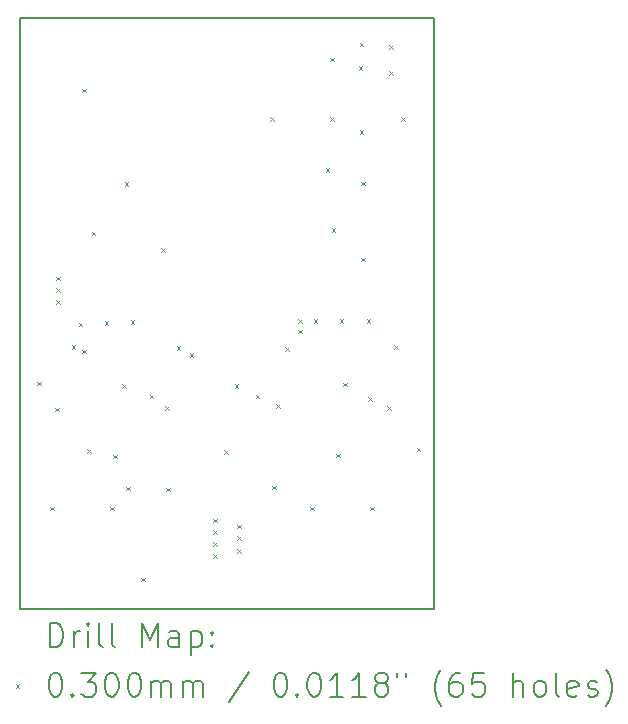
<source format=gbr>
%TF.GenerationSoftware,KiCad,Pcbnew,8.0.3-8.0.3-0~ubuntu22.04.1*%
%TF.CreationDate,2024-07-15T21:37:37+02:00*%
%TF.ProjectId,MT2AO8,4d543241-4f38-42e6-9b69-6361645f7063,rev?*%
%TF.SameCoordinates,Original*%
%TF.FileFunction,Drillmap*%
%TF.FilePolarity,Positive*%
%FSLAX45Y45*%
G04 Gerber Fmt 4.5, Leading zero omitted, Abs format (unit mm)*
G04 Created by KiCad (PCBNEW 8.0.3-8.0.3-0~ubuntu22.04.1) date 2024-07-15 21:37:37*
%MOMM*%
%LPD*%
G01*
G04 APERTURE LIST*
%ADD10C,0.200000*%
%ADD11C,0.100000*%
G04 APERTURE END LIST*
D10*
X13350000Y-7150000D02*
X16850000Y-7150000D01*
X13350000Y-7150000D02*
X13350000Y-12150000D01*
X16850000Y-7150000D02*
X16850000Y-12150000D01*
X13350000Y-12150000D02*
X16850000Y-12150000D01*
D11*
X13495000Y-10225000D02*
X13525000Y-10255000D01*
X13525000Y-10225000D02*
X13495000Y-10255000D01*
X13604000Y-11282500D02*
X13634000Y-11312500D01*
X13634000Y-11282500D02*
X13604000Y-11312500D01*
X13645000Y-10445000D02*
X13675000Y-10475000D01*
X13675000Y-10445000D02*
X13645000Y-10475000D01*
X13655000Y-9335000D02*
X13685000Y-9365000D01*
X13685000Y-9335000D02*
X13655000Y-9365000D01*
X13655000Y-9435000D02*
X13685000Y-9465000D01*
X13685000Y-9435000D02*
X13655000Y-9465000D01*
X13655000Y-9535000D02*
X13685000Y-9565000D01*
X13685000Y-9535000D02*
X13655000Y-9565000D01*
X13785000Y-9915000D02*
X13815000Y-9945000D01*
X13815000Y-9915000D02*
X13785000Y-9945000D01*
X13845000Y-9725000D02*
X13875000Y-9755000D01*
X13875000Y-9725000D02*
X13845000Y-9755000D01*
X13875000Y-7745000D02*
X13905000Y-7775000D01*
X13905000Y-7745000D02*
X13875000Y-7775000D01*
X13875000Y-9955000D02*
X13905000Y-9985000D01*
X13905000Y-9955000D02*
X13875000Y-9985000D01*
X13915000Y-10795000D02*
X13945000Y-10825000D01*
X13945000Y-10795000D02*
X13915000Y-10825000D01*
X13955000Y-8955000D02*
X13985000Y-8985000D01*
X13985000Y-8955000D02*
X13955000Y-8985000D01*
X14065000Y-9715000D02*
X14095000Y-9745000D01*
X14095000Y-9715000D02*
X14065000Y-9745000D01*
X14112000Y-11282500D02*
X14142000Y-11312500D01*
X14142000Y-11282500D02*
X14112000Y-11312500D01*
X14135000Y-10845000D02*
X14165000Y-10875000D01*
X14165000Y-10845000D02*
X14135000Y-10875000D01*
X14215000Y-10245000D02*
X14245000Y-10275000D01*
X14245000Y-10245000D02*
X14215000Y-10275000D01*
X14235000Y-8538000D02*
X14265000Y-8568000D01*
X14265000Y-8538000D02*
X14235000Y-8568000D01*
X14245000Y-11115000D02*
X14275000Y-11145000D01*
X14275000Y-11115000D02*
X14245000Y-11145000D01*
X14285000Y-9705000D02*
X14315000Y-9735000D01*
X14315000Y-9705000D02*
X14285000Y-9735000D01*
X14375000Y-11885000D02*
X14405000Y-11915000D01*
X14405000Y-11885000D02*
X14375000Y-11915000D01*
X14445000Y-10335000D02*
X14475000Y-10365000D01*
X14475000Y-10335000D02*
X14445000Y-10365000D01*
X14545000Y-9095000D02*
X14575000Y-9125000D01*
X14575000Y-9095000D02*
X14545000Y-9125000D01*
X14575000Y-10435000D02*
X14605000Y-10465000D01*
X14605000Y-10435000D02*
X14575000Y-10465000D01*
X14585000Y-11125000D02*
X14615000Y-11155000D01*
X14615000Y-11125000D02*
X14585000Y-11155000D01*
X14675000Y-9925000D02*
X14705000Y-9955000D01*
X14705000Y-9925000D02*
X14675000Y-9955000D01*
X14785000Y-9985000D02*
X14815000Y-10015000D01*
X14815000Y-9985000D02*
X14785000Y-10015000D01*
X14985000Y-11385000D02*
X15015000Y-11415000D01*
X15015000Y-11385000D02*
X14985000Y-11415000D01*
X14985000Y-11485000D02*
X15015000Y-11515000D01*
X15015000Y-11485000D02*
X14985000Y-11515000D01*
X14985000Y-11585000D02*
X15015000Y-11615000D01*
X15015000Y-11585000D02*
X14985000Y-11615000D01*
X14985000Y-11685000D02*
X15015000Y-11715000D01*
X15015000Y-11685000D02*
X14985000Y-11715000D01*
X15075000Y-10805000D02*
X15105000Y-10835000D01*
X15105000Y-10805000D02*
X15075000Y-10835000D01*
X15165000Y-10245000D02*
X15195000Y-10275000D01*
X15195000Y-10245000D02*
X15165000Y-10275000D01*
X15185000Y-11435000D02*
X15215000Y-11465000D01*
X15215000Y-11435000D02*
X15185000Y-11465000D01*
X15185000Y-11535000D02*
X15215000Y-11565000D01*
X15215000Y-11535000D02*
X15185000Y-11565000D01*
X15185000Y-11645000D02*
X15215000Y-11675000D01*
X15215000Y-11645000D02*
X15185000Y-11675000D01*
X15345000Y-10335000D02*
X15375000Y-10365000D01*
X15375000Y-10335000D02*
X15345000Y-10365000D01*
X15466000Y-7987500D02*
X15496000Y-8017500D01*
X15496000Y-7987500D02*
X15466000Y-8017500D01*
X15484345Y-11105655D02*
X15514345Y-11135655D01*
X15514345Y-11105655D02*
X15484345Y-11135655D01*
X15515000Y-10415000D02*
X15545000Y-10445000D01*
X15545000Y-10415000D02*
X15515000Y-10445000D01*
X15595000Y-9935000D02*
X15625000Y-9965000D01*
X15625000Y-9935000D02*
X15595000Y-9965000D01*
X15705000Y-9695000D02*
X15735000Y-9725000D01*
X15735000Y-9695000D02*
X15705000Y-9725000D01*
X15705000Y-9785000D02*
X15735000Y-9815000D01*
X15735000Y-9785000D02*
X15705000Y-9815000D01*
X15804000Y-11282500D02*
X15834000Y-11312500D01*
X15834000Y-11282500D02*
X15804000Y-11312500D01*
X15834000Y-9695000D02*
X15864000Y-9725000D01*
X15864000Y-9695000D02*
X15834000Y-9725000D01*
X15935000Y-8418650D02*
X15965000Y-8448650D01*
X15965000Y-8418650D02*
X15935000Y-8448650D01*
X15974000Y-7482500D02*
X16004000Y-7512500D01*
X16004000Y-7482500D02*
X15974000Y-7512500D01*
X15974000Y-7987500D02*
X16004000Y-8017500D01*
X16004000Y-7987500D02*
X15974000Y-8017500D01*
X15985000Y-8925000D02*
X16015000Y-8955000D01*
X16015000Y-8925000D02*
X15985000Y-8955000D01*
X16025000Y-10835000D02*
X16055000Y-10865000D01*
X16055000Y-10835000D02*
X16025000Y-10865000D01*
X16055000Y-9695000D02*
X16085000Y-9725000D01*
X16085000Y-9695000D02*
X16055000Y-9725000D01*
X16085000Y-10235000D02*
X16115000Y-10265000D01*
X16115000Y-10235000D02*
X16085000Y-10265000D01*
X16215000Y-7555000D02*
X16245000Y-7585000D01*
X16245000Y-7555000D02*
X16215000Y-7585000D01*
X16225000Y-7355000D02*
X16255000Y-7385000D01*
X16255000Y-7355000D02*
X16225000Y-7385000D01*
X16225000Y-8095000D02*
X16255000Y-8125000D01*
X16255000Y-8095000D02*
X16225000Y-8125000D01*
X16235000Y-8533000D02*
X16265000Y-8563000D01*
X16265000Y-8533000D02*
X16235000Y-8563000D01*
X16235000Y-9175000D02*
X16265000Y-9205000D01*
X16265000Y-9175000D02*
X16235000Y-9205000D01*
X16285000Y-9695000D02*
X16315000Y-9725000D01*
X16315000Y-9695000D02*
X16285000Y-9725000D01*
X16295000Y-10355000D02*
X16325000Y-10385000D01*
X16325000Y-10355000D02*
X16295000Y-10385000D01*
X16312000Y-11282500D02*
X16342000Y-11312500D01*
X16342000Y-11282500D02*
X16312000Y-11312500D01*
X16455000Y-10435000D02*
X16485000Y-10465000D01*
X16485000Y-10435000D02*
X16455000Y-10465000D01*
X16475000Y-7375000D02*
X16505000Y-7405000D01*
X16505000Y-7375000D02*
X16475000Y-7405000D01*
X16475000Y-7595000D02*
X16505000Y-7625000D01*
X16505000Y-7595000D02*
X16475000Y-7625000D01*
X16515000Y-9915000D02*
X16545000Y-9945000D01*
X16545000Y-9915000D02*
X16515000Y-9945000D01*
X16575000Y-7987500D02*
X16605000Y-8017500D01*
X16605000Y-7987500D02*
X16575000Y-8017500D01*
X16705000Y-10785000D02*
X16735000Y-10815000D01*
X16735000Y-10785000D02*
X16705000Y-10815000D01*
D10*
X13600777Y-12471484D02*
X13600777Y-12271484D01*
X13600777Y-12271484D02*
X13648396Y-12271484D01*
X13648396Y-12271484D02*
X13676967Y-12281008D01*
X13676967Y-12281008D02*
X13696015Y-12300055D01*
X13696015Y-12300055D02*
X13705539Y-12319103D01*
X13705539Y-12319103D02*
X13715062Y-12357198D01*
X13715062Y-12357198D02*
X13715062Y-12385769D01*
X13715062Y-12385769D02*
X13705539Y-12423865D01*
X13705539Y-12423865D02*
X13696015Y-12442912D01*
X13696015Y-12442912D02*
X13676967Y-12461960D01*
X13676967Y-12461960D02*
X13648396Y-12471484D01*
X13648396Y-12471484D02*
X13600777Y-12471484D01*
X13800777Y-12471484D02*
X13800777Y-12338150D01*
X13800777Y-12376246D02*
X13810301Y-12357198D01*
X13810301Y-12357198D02*
X13819824Y-12347674D01*
X13819824Y-12347674D02*
X13838872Y-12338150D01*
X13838872Y-12338150D02*
X13857920Y-12338150D01*
X13924586Y-12471484D02*
X13924586Y-12338150D01*
X13924586Y-12271484D02*
X13915062Y-12281008D01*
X13915062Y-12281008D02*
X13924586Y-12290531D01*
X13924586Y-12290531D02*
X13934110Y-12281008D01*
X13934110Y-12281008D02*
X13924586Y-12271484D01*
X13924586Y-12271484D02*
X13924586Y-12290531D01*
X14048396Y-12471484D02*
X14029348Y-12461960D01*
X14029348Y-12461960D02*
X14019824Y-12442912D01*
X14019824Y-12442912D02*
X14019824Y-12271484D01*
X14153158Y-12471484D02*
X14134110Y-12461960D01*
X14134110Y-12461960D02*
X14124586Y-12442912D01*
X14124586Y-12442912D02*
X14124586Y-12271484D01*
X14381729Y-12471484D02*
X14381729Y-12271484D01*
X14381729Y-12271484D02*
X14448396Y-12414341D01*
X14448396Y-12414341D02*
X14515062Y-12271484D01*
X14515062Y-12271484D02*
X14515062Y-12471484D01*
X14696015Y-12471484D02*
X14696015Y-12366722D01*
X14696015Y-12366722D02*
X14686491Y-12347674D01*
X14686491Y-12347674D02*
X14667443Y-12338150D01*
X14667443Y-12338150D02*
X14629348Y-12338150D01*
X14629348Y-12338150D02*
X14610301Y-12347674D01*
X14696015Y-12461960D02*
X14676967Y-12471484D01*
X14676967Y-12471484D02*
X14629348Y-12471484D01*
X14629348Y-12471484D02*
X14610301Y-12461960D01*
X14610301Y-12461960D02*
X14600777Y-12442912D01*
X14600777Y-12442912D02*
X14600777Y-12423865D01*
X14600777Y-12423865D02*
X14610301Y-12404817D01*
X14610301Y-12404817D02*
X14629348Y-12395293D01*
X14629348Y-12395293D02*
X14676967Y-12395293D01*
X14676967Y-12395293D02*
X14696015Y-12385769D01*
X14791253Y-12338150D02*
X14791253Y-12538150D01*
X14791253Y-12347674D02*
X14810301Y-12338150D01*
X14810301Y-12338150D02*
X14848396Y-12338150D01*
X14848396Y-12338150D02*
X14867443Y-12347674D01*
X14867443Y-12347674D02*
X14876967Y-12357198D01*
X14876967Y-12357198D02*
X14886491Y-12376246D01*
X14886491Y-12376246D02*
X14886491Y-12433388D01*
X14886491Y-12433388D02*
X14876967Y-12452436D01*
X14876967Y-12452436D02*
X14867443Y-12461960D01*
X14867443Y-12461960D02*
X14848396Y-12471484D01*
X14848396Y-12471484D02*
X14810301Y-12471484D01*
X14810301Y-12471484D02*
X14791253Y-12461960D01*
X14972205Y-12452436D02*
X14981729Y-12461960D01*
X14981729Y-12461960D02*
X14972205Y-12471484D01*
X14972205Y-12471484D02*
X14962682Y-12461960D01*
X14962682Y-12461960D02*
X14972205Y-12452436D01*
X14972205Y-12452436D02*
X14972205Y-12471484D01*
X14972205Y-12347674D02*
X14981729Y-12357198D01*
X14981729Y-12357198D02*
X14972205Y-12366722D01*
X14972205Y-12366722D02*
X14962682Y-12357198D01*
X14962682Y-12357198D02*
X14972205Y-12347674D01*
X14972205Y-12347674D02*
X14972205Y-12366722D01*
D11*
X13310000Y-12785000D02*
X13340000Y-12815000D01*
X13340000Y-12785000D02*
X13310000Y-12815000D01*
D10*
X13638872Y-12691484D02*
X13657920Y-12691484D01*
X13657920Y-12691484D02*
X13676967Y-12701008D01*
X13676967Y-12701008D02*
X13686491Y-12710531D01*
X13686491Y-12710531D02*
X13696015Y-12729579D01*
X13696015Y-12729579D02*
X13705539Y-12767674D01*
X13705539Y-12767674D02*
X13705539Y-12815293D01*
X13705539Y-12815293D02*
X13696015Y-12853388D01*
X13696015Y-12853388D02*
X13686491Y-12872436D01*
X13686491Y-12872436D02*
X13676967Y-12881960D01*
X13676967Y-12881960D02*
X13657920Y-12891484D01*
X13657920Y-12891484D02*
X13638872Y-12891484D01*
X13638872Y-12891484D02*
X13619824Y-12881960D01*
X13619824Y-12881960D02*
X13610301Y-12872436D01*
X13610301Y-12872436D02*
X13600777Y-12853388D01*
X13600777Y-12853388D02*
X13591253Y-12815293D01*
X13591253Y-12815293D02*
X13591253Y-12767674D01*
X13591253Y-12767674D02*
X13600777Y-12729579D01*
X13600777Y-12729579D02*
X13610301Y-12710531D01*
X13610301Y-12710531D02*
X13619824Y-12701008D01*
X13619824Y-12701008D02*
X13638872Y-12691484D01*
X13791253Y-12872436D02*
X13800777Y-12881960D01*
X13800777Y-12881960D02*
X13791253Y-12891484D01*
X13791253Y-12891484D02*
X13781729Y-12881960D01*
X13781729Y-12881960D02*
X13791253Y-12872436D01*
X13791253Y-12872436D02*
X13791253Y-12891484D01*
X13867443Y-12691484D02*
X13991253Y-12691484D01*
X13991253Y-12691484D02*
X13924586Y-12767674D01*
X13924586Y-12767674D02*
X13953158Y-12767674D01*
X13953158Y-12767674D02*
X13972205Y-12777198D01*
X13972205Y-12777198D02*
X13981729Y-12786722D01*
X13981729Y-12786722D02*
X13991253Y-12805769D01*
X13991253Y-12805769D02*
X13991253Y-12853388D01*
X13991253Y-12853388D02*
X13981729Y-12872436D01*
X13981729Y-12872436D02*
X13972205Y-12881960D01*
X13972205Y-12881960D02*
X13953158Y-12891484D01*
X13953158Y-12891484D02*
X13896015Y-12891484D01*
X13896015Y-12891484D02*
X13876967Y-12881960D01*
X13876967Y-12881960D02*
X13867443Y-12872436D01*
X14115062Y-12691484D02*
X14134110Y-12691484D01*
X14134110Y-12691484D02*
X14153158Y-12701008D01*
X14153158Y-12701008D02*
X14162682Y-12710531D01*
X14162682Y-12710531D02*
X14172205Y-12729579D01*
X14172205Y-12729579D02*
X14181729Y-12767674D01*
X14181729Y-12767674D02*
X14181729Y-12815293D01*
X14181729Y-12815293D02*
X14172205Y-12853388D01*
X14172205Y-12853388D02*
X14162682Y-12872436D01*
X14162682Y-12872436D02*
X14153158Y-12881960D01*
X14153158Y-12881960D02*
X14134110Y-12891484D01*
X14134110Y-12891484D02*
X14115062Y-12891484D01*
X14115062Y-12891484D02*
X14096015Y-12881960D01*
X14096015Y-12881960D02*
X14086491Y-12872436D01*
X14086491Y-12872436D02*
X14076967Y-12853388D01*
X14076967Y-12853388D02*
X14067443Y-12815293D01*
X14067443Y-12815293D02*
X14067443Y-12767674D01*
X14067443Y-12767674D02*
X14076967Y-12729579D01*
X14076967Y-12729579D02*
X14086491Y-12710531D01*
X14086491Y-12710531D02*
X14096015Y-12701008D01*
X14096015Y-12701008D02*
X14115062Y-12691484D01*
X14305539Y-12691484D02*
X14324586Y-12691484D01*
X14324586Y-12691484D02*
X14343634Y-12701008D01*
X14343634Y-12701008D02*
X14353158Y-12710531D01*
X14353158Y-12710531D02*
X14362682Y-12729579D01*
X14362682Y-12729579D02*
X14372205Y-12767674D01*
X14372205Y-12767674D02*
X14372205Y-12815293D01*
X14372205Y-12815293D02*
X14362682Y-12853388D01*
X14362682Y-12853388D02*
X14353158Y-12872436D01*
X14353158Y-12872436D02*
X14343634Y-12881960D01*
X14343634Y-12881960D02*
X14324586Y-12891484D01*
X14324586Y-12891484D02*
X14305539Y-12891484D01*
X14305539Y-12891484D02*
X14286491Y-12881960D01*
X14286491Y-12881960D02*
X14276967Y-12872436D01*
X14276967Y-12872436D02*
X14267443Y-12853388D01*
X14267443Y-12853388D02*
X14257920Y-12815293D01*
X14257920Y-12815293D02*
X14257920Y-12767674D01*
X14257920Y-12767674D02*
X14267443Y-12729579D01*
X14267443Y-12729579D02*
X14276967Y-12710531D01*
X14276967Y-12710531D02*
X14286491Y-12701008D01*
X14286491Y-12701008D02*
X14305539Y-12691484D01*
X14457920Y-12891484D02*
X14457920Y-12758150D01*
X14457920Y-12777198D02*
X14467443Y-12767674D01*
X14467443Y-12767674D02*
X14486491Y-12758150D01*
X14486491Y-12758150D02*
X14515063Y-12758150D01*
X14515063Y-12758150D02*
X14534110Y-12767674D01*
X14534110Y-12767674D02*
X14543634Y-12786722D01*
X14543634Y-12786722D02*
X14543634Y-12891484D01*
X14543634Y-12786722D02*
X14553158Y-12767674D01*
X14553158Y-12767674D02*
X14572205Y-12758150D01*
X14572205Y-12758150D02*
X14600777Y-12758150D01*
X14600777Y-12758150D02*
X14619824Y-12767674D01*
X14619824Y-12767674D02*
X14629348Y-12786722D01*
X14629348Y-12786722D02*
X14629348Y-12891484D01*
X14724586Y-12891484D02*
X14724586Y-12758150D01*
X14724586Y-12777198D02*
X14734110Y-12767674D01*
X14734110Y-12767674D02*
X14753158Y-12758150D01*
X14753158Y-12758150D02*
X14781729Y-12758150D01*
X14781729Y-12758150D02*
X14800777Y-12767674D01*
X14800777Y-12767674D02*
X14810301Y-12786722D01*
X14810301Y-12786722D02*
X14810301Y-12891484D01*
X14810301Y-12786722D02*
X14819824Y-12767674D01*
X14819824Y-12767674D02*
X14838872Y-12758150D01*
X14838872Y-12758150D02*
X14867443Y-12758150D01*
X14867443Y-12758150D02*
X14886491Y-12767674D01*
X14886491Y-12767674D02*
X14896015Y-12786722D01*
X14896015Y-12786722D02*
X14896015Y-12891484D01*
X15286491Y-12681960D02*
X15115063Y-12939103D01*
X15543634Y-12691484D02*
X15562682Y-12691484D01*
X15562682Y-12691484D02*
X15581729Y-12701008D01*
X15581729Y-12701008D02*
X15591253Y-12710531D01*
X15591253Y-12710531D02*
X15600777Y-12729579D01*
X15600777Y-12729579D02*
X15610301Y-12767674D01*
X15610301Y-12767674D02*
X15610301Y-12815293D01*
X15610301Y-12815293D02*
X15600777Y-12853388D01*
X15600777Y-12853388D02*
X15591253Y-12872436D01*
X15591253Y-12872436D02*
X15581729Y-12881960D01*
X15581729Y-12881960D02*
X15562682Y-12891484D01*
X15562682Y-12891484D02*
X15543634Y-12891484D01*
X15543634Y-12891484D02*
X15524586Y-12881960D01*
X15524586Y-12881960D02*
X15515063Y-12872436D01*
X15515063Y-12872436D02*
X15505539Y-12853388D01*
X15505539Y-12853388D02*
X15496015Y-12815293D01*
X15496015Y-12815293D02*
X15496015Y-12767674D01*
X15496015Y-12767674D02*
X15505539Y-12729579D01*
X15505539Y-12729579D02*
X15515063Y-12710531D01*
X15515063Y-12710531D02*
X15524586Y-12701008D01*
X15524586Y-12701008D02*
X15543634Y-12691484D01*
X15696015Y-12872436D02*
X15705539Y-12881960D01*
X15705539Y-12881960D02*
X15696015Y-12891484D01*
X15696015Y-12891484D02*
X15686491Y-12881960D01*
X15686491Y-12881960D02*
X15696015Y-12872436D01*
X15696015Y-12872436D02*
X15696015Y-12891484D01*
X15829348Y-12691484D02*
X15848396Y-12691484D01*
X15848396Y-12691484D02*
X15867444Y-12701008D01*
X15867444Y-12701008D02*
X15876967Y-12710531D01*
X15876967Y-12710531D02*
X15886491Y-12729579D01*
X15886491Y-12729579D02*
X15896015Y-12767674D01*
X15896015Y-12767674D02*
X15896015Y-12815293D01*
X15896015Y-12815293D02*
X15886491Y-12853388D01*
X15886491Y-12853388D02*
X15876967Y-12872436D01*
X15876967Y-12872436D02*
X15867444Y-12881960D01*
X15867444Y-12881960D02*
X15848396Y-12891484D01*
X15848396Y-12891484D02*
X15829348Y-12891484D01*
X15829348Y-12891484D02*
X15810301Y-12881960D01*
X15810301Y-12881960D02*
X15800777Y-12872436D01*
X15800777Y-12872436D02*
X15791253Y-12853388D01*
X15791253Y-12853388D02*
X15781729Y-12815293D01*
X15781729Y-12815293D02*
X15781729Y-12767674D01*
X15781729Y-12767674D02*
X15791253Y-12729579D01*
X15791253Y-12729579D02*
X15800777Y-12710531D01*
X15800777Y-12710531D02*
X15810301Y-12701008D01*
X15810301Y-12701008D02*
X15829348Y-12691484D01*
X16086491Y-12891484D02*
X15972206Y-12891484D01*
X16029348Y-12891484D02*
X16029348Y-12691484D01*
X16029348Y-12691484D02*
X16010301Y-12720055D01*
X16010301Y-12720055D02*
X15991253Y-12739103D01*
X15991253Y-12739103D02*
X15972206Y-12748627D01*
X16276967Y-12891484D02*
X16162682Y-12891484D01*
X16219825Y-12891484D02*
X16219825Y-12691484D01*
X16219825Y-12691484D02*
X16200777Y-12720055D01*
X16200777Y-12720055D02*
X16181729Y-12739103D01*
X16181729Y-12739103D02*
X16162682Y-12748627D01*
X16391253Y-12777198D02*
X16372206Y-12767674D01*
X16372206Y-12767674D02*
X16362682Y-12758150D01*
X16362682Y-12758150D02*
X16353158Y-12739103D01*
X16353158Y-12739103D02*
X16353158Y-12729579D01*
X16353158Y-12729579D02*
X16362682Y-12710531D01*
X16362682Y-12710531D02*
X16372206Y-12701008D01*
X16372206Y-12701008D02*
X16391253Y-12691484D01*
X16391253Y-12691484D02*
X16429348Y-12691484D01*
X16429348Y-12691484D02*
X16448396Y-12701008D01*
X16448396Y-12701008D02*
X16457920Y-12710531D01*
X16457920Y-12710531D02*
X16467444Y-12729579D01*
X16467444Y-12729579D02*
X16467444Y-12739103D01*
X16467444Y-12739103D02*
X16457920Y-12758150D01*
X16457920Y-12758150D02*
X16448396Y-12767674D01*
X16448396Y-12767674D02*
X16429348Y-12777198D01*
X16429348Y-12777198D02*
X16391253Y-12777198D01*
X16391253Y-12777198D02*
X16372206Y-12786722D01*
X16372206Y-12786722D02*
X16362682Y-12796246D01*
X16362682Y-12796246D02*
X16353158Y-12815293D01*
X16353158Y-12815293D02*
X16353158Y-12853388D01*
X16353158Y-12853388D02*
X16362682Y-12872436D01*
X16362682Y-12872436D02*
X16372206Y-12881960D01*
X16372206Y-12881960D02*
X16391253Y-12891484D01*
X16391253Y-12891484D02*
X16429348Y-12891484D01*
X16429348Y-12891484D02*
X16448396Y-12881960D01*
X16448396Y-12881960D02*
X16457920Y-12872436D01*
X16457920Y-12872436D02*
X16467444Y-12853388D01*
X16467444Y-12853388D02*
X16467444Y-12815293D01*
X16467444Y-12815293D02*
X16457920Y-12796246D01*
X16457920Y-12796246D02*
X16448396Y-12786722D01*
X16448396Y-12786722D02*
X16429348Y-12777198D01*
X16543634Y-12691484D02*
X16543634Y-12729579D01*
X16619825Y-12691484D02*
X16619825Y-12729579D01*
X16915063Y-12967674D02*
X16905539Y-12958150D01*
X16905539Y-12958150D02*
X16886491Y-12929579D01*
X16886491Y-12929579D02*
X16876968Y-12910531D01*
X16876968Y-12910531D02*
X16867444Y-12881960D01*
X16867444Y-12881960D02*
X16857920Y-12834341D01*
X16857920Y-12834341D02*
X16857920Y-12796246D01*
X16857920Y-12796246D02*
X16867444Y-12748627D01*
X16867444Y-12748627D02*
X16876968Y-12720055D01*
X16876968Y-12720055D02*
X16886491Y-12701008D01*
X16886491Y-12701008D02*
X16905539Y-12672436D01*
X16905539Y-12672436D02*
X16915063Y-12662912D01*
X17076968Y-12691484D02*
X17038872Y-12691484D01*
X17038872Y-12691484D02*
X17019825Y-12701008D01*
X17019825Y-12701008D02*
X17010301Y-12710531D01*
X17010301Y-12710531D02*
X16991253Y-12739103D01*
X16991253Y-12739103D02*
X16981730Y-12777198D01*
X16981730Y-12777198D02*
X16981730Y-12853388D01*
X16981730Y-12853388D02*
X16991253Y-12872436D01*
X16991253Y-12872436D02*
X17000777Y-12881960D01*
X17000777Y-12881960D02*
X17019825Y-12891484D01*
X17019825Y-12891484D02*
X17057920Y-12891484D01*
X17057920Y-12891484D02*
X17076968Y-12881960D01*
X17076968Y-12881960D02*
X17086491Y-12872436D01*
X17086491Y-12872436D02*
X17096015Y-12853388D01*
X17096015Y-12853388D02*
X17096015Y-12805769D01*
X17096015Y-12805769D02*
X17086491Y-12786722D01*
X17086491Y-12786722D02*
X17076968Y-12777198D01*
X17076968Y-12777198D02*
X17057920Y-12767674D01*
X17057920Y-12767674D02*
X17019825Y-12767674D01*
X17019825Y-12767674D02*
X17000777Y-12777198D01*
X17000777Y-12777198D02*
X16991253Y-12786722D01*
X16991253Y-12786722D02*
X16981730Y-12805769D01*
X17276968Y-12691484D02*
X17181730Y-12691484D01*
X17181730Y-12691484D02*
X17172206Y-12786722D01*
X17172206Y-12786722D02*
X17181730Y-12777198D01*
X17181730Y-12777198D02*
X17200777Y-12767674D01*
X17200777Y-12767674D02*
X17248396Y-12767674D01*
X17248396Y-12767674D02*
X17267444Y-12777198D01*
X17267444Y-12777198D02*
X17276968Y-12786722D01*
X17276968Y-12786722D02*
X17286491Y-12805769D01*
X17286491Y-12805769D02*
X17286491Y-12853388D01*
X17286491Y-12853388D02*
X17276968Y-12872436D01*
X17276968Y-12872436D02*
X17267444Y-12881960D01*
X17267444Y-12881960D02*
X17248396Y-12891484D01*
X17248396Y-12891484D02*
X17200777Y-12891484D01*
X17200777Y-12891484D02*
X17181730Y-12881960D01*
X17181730Y-12881960D02*
X17172206Y-12872436D01*
X17524587Y-12891484D02*
X17524587Y-12691484D01*
X17610301Y-12891484D02*
X17610301Y-12786722D01*
X17610301Y-12786722D02*
X17600777Y-12767674D01*
X17600777Y-12767674D02*
X17581730Y-12758150D01*
X17581730Y-12758150D02*
X17553158Y-12758150D01*
X17553158Y-12758150D02*
X17534111Y-12767674D01*
X17534111Y-12767674D02*
X17524587Y-12777198D01*
X17734111Y-12891484D02*
X17715063Y-12881960D01*
X17715063Y-12881960D02*
X17705539Y-12872436D01*
X17705539Y-12872436D02*
X17696015Y-12853388D01*
X17696015Y-12853388D02*
X17696015Y-12796246D01*
X17696015Y-12796246D02*
X17705539Y-12777198D01*
X17705539Y-12777198D02*
X17715063Y-12767674D01*
X17715063Y-12767674D02*
X17734111Y-12758150D01*
X17734111Y-12758150D02*
X17762682Y-12758150D01*
X17762682Y-12758150D02*
X17781730Y-12767674D01*
X17781730Y-12767674D02*
X17791253Y-12777198D01*
X17791253Y-12777198D02*
X17800777Y-12796246D01*
X17800777Y-12796246D02*
X17800777Y-12853388D01*
X17800777Y-12853388D02*
X17791253Y-12872436D01*
X17791253Y-12872436D02*
X17781730Y-12881960D01*
X17781730Y-12881960D02*
X17762682Y-12891484D01*
X17762682Y-12891484D02*
X17734111Y-12891484D01*
X17915063Y-12891484D02*
X17896015Y-12881960D01*
X17896015Y-12881960D02*
X17886492Y-12862912D01*
X17886492Y-12862912D02*
X17886492Y-12691484D01*
X18067444Y-12881960D02*
X18048396Y-12891484D01*
X18048396Y-12891484D02*
X18010301Y-12891484D01*
X18010301Y-12891484D02*
X17991253Y-12881960D01*
X17991253Y-12881960D02*
X17981730Y-12862912D01*
X17981730Y-12862912D02*
X17981730Y-12786722D01*
X17981730Y-12786722D02*
X17991253Y-12767674D01*
X17991253Y-12767674D02*
X18010301Y-12758150D01*
X18010301Y-12758150D02*
X18048396Y-12758150D01*
X18048396Y-12758150D02*
X18067444Y-12767674D01*
X18067444Y-12767674D02*
X18076968Y-12786722D01*
X18076968Y-12786722D02*
X18076968Y-12805769D01*
X18076968Y-12805769D02*
X17981730Y-12824817D01*
X18153158Y-12881960D02*
X18172206Y-12891484D01*
X18172206Y-12891484D02*
X18210301Y-12891484D01*
X18210301Y-12891484D02*
X18229349Y-12881960D01*
X18229349Y-12881960D02*
X18238873Y-12862912D01*
X18238873Y-12862912D02*
X18238873Y-12853388D01*
X18238873Y-12853388D02*
X18229349Y-12834341D01*
X18229349Y-12834341D02*
X18210301Y-12824817D01*
X18210301Y-12824817D02*
X18181730Y-12824817D01*
X18181730Y-12824817D02*
X18162682Y-12815293D01*
X18162682Y-12815293D02*
X18153158Y-12796246D01*
X18153158Y-12796246D02*
X18153158Y-12786722D01*
X18153158Y-12786722D02*
X18162682Y-12767674D01*
X18162682Y-12767674D02*
X18181730Y-12758150D01*
X18181730Y-12758150D02*
X18210301Y-12758150D01*
X18210301Y-12758150D02*
X18229349Y-12767674D01*
X18305539Y-12967674D02*
X18315063Y-12958150D01*
X18315063Y-12958150D02*
X18334111Y-12929579D01*
X18334111Y-12929579D02*
X18343634Y-12910531D01*
X18343634Y-12910531D02*
X18353158Y-12881960D01*
X18353158Y-12881960D02*
X18362682Y-12834341D01*
X18362682Y-12834341D02*
X18362682Y-12796246D01*
X18362682Y-12796246D02*
X18353158Y-12748627D01*
X18353158Y-12748627D02*
X18343634Y-12720055D01*
X18343634Y-12720055D02*
X18334111Y-12701008D01*
X18334111Y-12701008D02*
X18315063Y-12672436D01*
X18315063Y-12672436D02*
X18305539Y-12662912D01*
M02*

</source>
